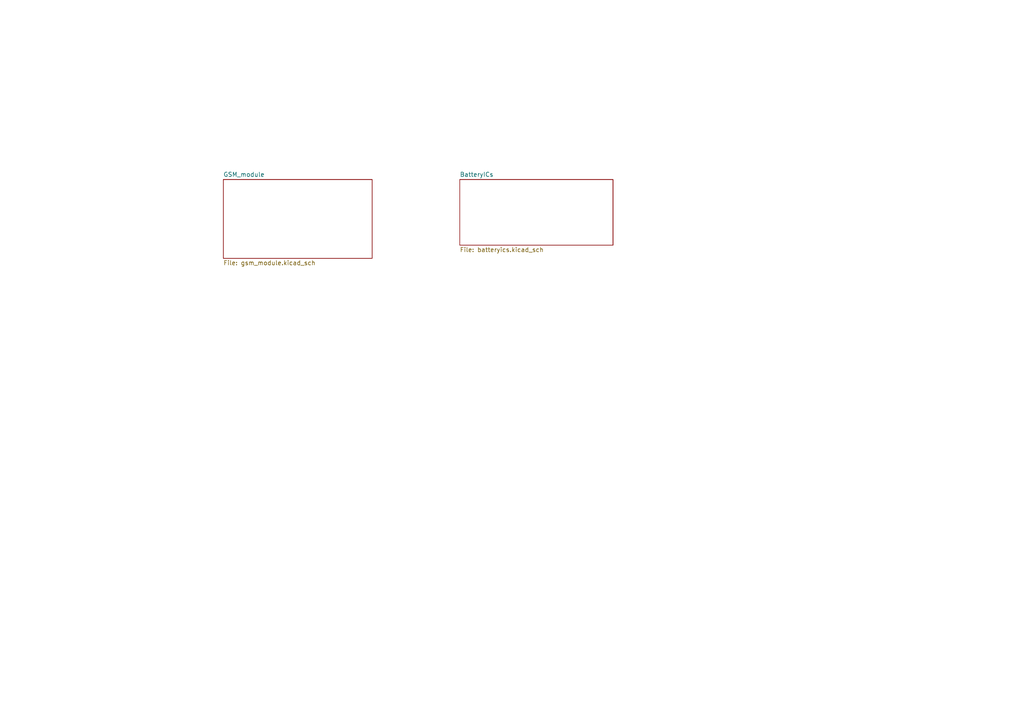
<source format=kicad_sch>
(kicad_sch
	(version 20250114)
	(generator "eeschema")
	(generator_version "9.0")
	(uuid "c7746b69-5ef2-4ca8-9a58-52c790d00466")
	(paper "A4")
	(lib_symbols)
	(sheet
		(at 133.35 52.07)
		(size 44.45 19.05)
		(exclude_from_sim no)
		(in_bom yes)
		(on_board yes)
		(dnp no)
		(fields_autoplaced yes)
		(stroke
			(width 0.1524)
			(type solid)
		)
		(fill
			(color 0 0 0 0.0000)
		)
		(uuid "161212a4-6ae2-4085-bd88-106b0438160b")
		(property "Sheetname" "BatteryICs"
			(at 133.35 51.3584 0)
			(effects
				(font
					(size 1.27 1.27)
				)
				(justify left bottom)
			)
		)
		(property "Sheetfile" "batteryics.kicad_sch"
			(at 133.35 71.7046 0)
			(effects
				(font
					(size 1.27 1.27)
				)
				(justify left top)
			)
		)
		(instances
			(project "Main-PCB"
				(path "/c7746b69-5ef2-4ca8-9a58-52c790d00466"
					(page "3")
				)
			)
		)
	)
	(sheet
		(at 64.77 52.07)
		(size 43.18 22.86)
		(exclude_from_sim no)
		(in_bom yes)
		(on_board yes)
		(dnp no)
		(fields_autoplaced yes)
		(stroke
			(width 0.1524)
			(type solid)
		)
		(fill
			(color 0 0 0 0.0000)
		)
		(uuid "70472cc2-11cf-4caa-ba78-01d20519db41")
		(property "Sheetname" "GSM_module"
			(at 64.77 51.3584 0)
			(effects
				(font
					(size 1.27 1.27)
				)
				(justify left bottom)
			)
		)
		(property "Sheetfile" "gsm_module.kicad_sch"
			(at 64.77 75.5146 0)
			(effects
				(font
					(size 1.27 1.27)
				)
				(justify left top)
			)
		)
		(instances
			(project "Main-PCB"
				(path "/c7746b69-5ef2-4ca8-9a58-52c790d00466"
					(page "2")
				)
			)
		)
	)
	(sheet_instances
		(path "/"
			(page "1")
		)
	)
	(embedded_fonts no)
)

</source>
